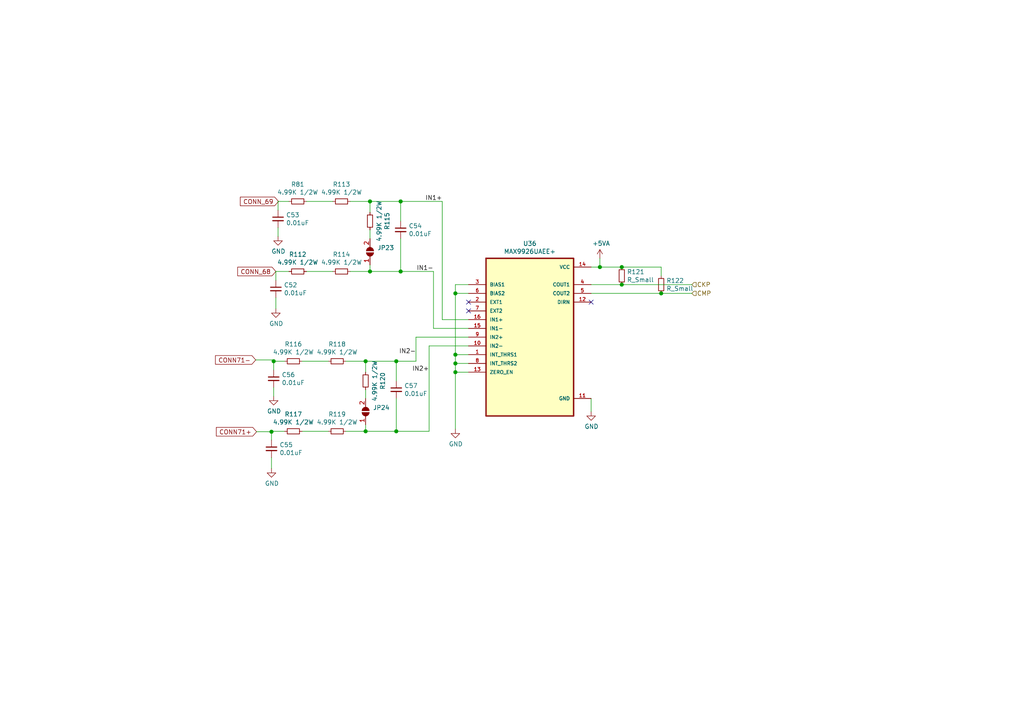
<source format=kicad_sch>
(kicad_sch (version 20201015) (generator eeschema)
  (page 1 6)
  (paper "A4")
  (lib_symbols
    (symbol "Device:C_Small" (pin_numbers hide) (pin_names (offset 0.254) hide)
      (property "Reference" "C" (at 0.254 1.778 0))
      (property "Value" "C_Small" (at 0.254 -2.032 0))
      (symbol "C_Small_0_1"
        (polyline (pts (xy -1.524 -0.508) (xy 1.524 -0.508)) (stroke (width 0.3302)))
        (polyline (pts (xy -1.524 0.508) (xy 1.524 0.508)) (stroke (width 0.3048)))
      )
      (symbol "C_Small_1_1"
        (pin passive line (at 0 2.54 270) (length 2.032) (name "~") (number "1"))
        (pin passive line (at 0 -2.54 90) (length 2.032) (name "~") (number "2"))
      )
    )
    (symbol "Device:R_Small" (pin_numbers hide) (pin_names (offset 0.254) hide)
      (property "Reference" "R" (at 0.762 0.508 0))
      (property "Value" "R_Small" (at 0.762 -1.016 0))
      (symbol "R_Small_0_1"
        (rectangle (start -0.762 1.778) (end 0.762 -1.778) (stroke (width 0.2032)))
      )
      (symbol "R_Small_1_1"
        (pin passive line (at 0 2.54 270) (length 0.762) (name "~") (number "1"))
        (pin passive line (at 0 -2.54 90) (length 0.762) (name "~") (number "2"))
      )
    )
    (symbol "Jumper:SolderJumper_2_Open" (pin_names (offset 0) hide)
      (property "Reference" "JP" (at 0 2.032 0))
      (property "Value" "SolderJumper_2_Open" (at 0 -2.54 0))
      (symbol "SolderJumper_2_Open_0_1"
        (arc (start -0.254 1.016) (end -0.254 -1.016) (radius (at -0.254 0) (length 1.016) (angles 90.1 -90.1)))
        (arc (start -0.254 1.016) (end -0.254 -1.016) (radius (at -0.254 0) (length 1.016) (angles 90.1 -90.1)) (fill (type outline)))
        (arc (start 0.254 -1.016) (end 0.254 1.016) (radius (at 0.254 0) (length 1.016) (angles -89.9 89.9)))
        (arc (start 0.254 -1.016) (end 0.254 1.016) (radius (at 0.254 0) (length 1.016) (angles -89.9 89.9)) (fill (type outline)))
        (polyline (pts (xy -0.254 1.016) (xy -0.254 -1.016)))
        (polyline (pts (xy 0.254 1.016) (xy 0.254 -1.016)))
      )
      (symbol "SolderJumper_2_Open_1_1"
        (pin passive line (at -3.81 0 0) (length 2.54) (name "A") (number "1"))
        (pin passive line (at 3.81 0 180) (length 2.54) (name "B") (number "2"))
      )
    )
    (symbol "OpenEFI-STM32-rev3:MAX9926UAEE+" (pin_names (offset 1.016))
      (property "Reference" "U" (at -12.7 23.8506 0))
      (property "Value" "MAX9926UAEE+" (at -12.7 -26.8478 0))
      (symbol "MAX9926UAEE+_0_0"
        (rectangle (start -12.7 -22.86) (end 12.7 22.86) (stroke (width 0.4064)) (fill (type background)))
        (pin input line (at -17.78 -5.08 0) (length 5.08) (name "INT_THRS1") (number "1"))
        (pin input line (at -17.78 -2.54 0) (length 5.08) (name "IN2-") (number "10"))
        (pin power_in line (at 17.78 -17.78 180) (length 5.08) (name "GND") (number "11"))
        (pin output line (at 17.78 10.16 180) (length 5.08) (name "DIRN") (number "12"))
        (pin input line (at -17.78 -10.16 0) (length 5.08) (name "ZERO_EN") (number "13"))
        (pin power_in line (at 17.78 20.32 180) (length 5.08) (name "VCC") (number "14"))
        (pin input line (at -17.78 2.54 0) (length 5.08) (name "IN1-") (number "15"))
        (pin input line (at -17.78 5.08 0) (length 5.08) (name "IN1+") (number "16"))
        (pin input line (at -17.78 10.16 0) (length 5.08) (name "EXT1") (number "2"))
        (pin input line (at -17.78 15.24 0) (length 5.08) (name "BIAS1") (number "3"))
        (pin output line (at 17.78 15.24 180) (length 5.08) (name "COUT1") (number "4"))
        (pin output line (at 17.78 12.7 180) (length 5.08) (name "COUT2") (number "5"))
        (pin input line (at -17.78 12.7 0) (length 5.08) (name "BIAS2") (number "6"))
        (pin input line (at -17.78 7.62 0) (length 5.08) (name "EXT2") (number "7"))
        (pin input line (at -17.78 -7.62 0) (length 5.08) (name "INT_THRS2") (number "8"))
        (pin input line (at -17.78 0 0) (length 5.08) (name "IN2+") (number "9"))
      )
    )
    (symbol "power:+5VA" (power) (pin_names (offset 0))
      (property "Value" "+5VA" (at 0 3.556 0))
      (symbol "+5VA_0_1"
        (polyline (pts (xy -0.762 1.27) (xy 0 2.54)))
        (polyline (pts (xy 0 0) (xy 0 2.54)))
        (polyline (pts (xy 0 2.54) (xy 0.762 1.27)))
      )
      (symbol "+5VA_1_1"
        (pin power_in line (at 0 0 90) (length 0) hide (name "+5VA") (number "1"))
      )
    )
    (symbol "power:GND" (power) (pin_names (offset 0))
      (property "Value" "GND" (at 0 -3.81 0))
      (symbol "GND_0_1"
        (polyline (pts (xy 0 0) (xy 0 -1.27) (xy 1.27 -1.27) (xy 0 -2.54) (xy -1.27 -1.27) (xy 0 -1.27)))
      )
      (symbol "GND_1_1"
        (pin power_in line (at 0 0 270) (length 0) hide (name "GND") (number "1"))
      )
    )
  )
  (junction (at 78.74 125.222) (diameter 1.016))
  (junction (at 79.375 104.775) (diameter 1.016))
  (junction (at 106.045 104.775) (diameter 1.016))
  (junction (at 106.045 125.095) (diameter 1.016))
  (junction (at 107.315 58.42) (diameter 1.016))
  (junction (at 107.315 78.74) (diameter 1.016))
  (junction (at 114.935 104.775) (diameter 1.016))
  (junction (at 114.935 125.095) (diameter 1.016))
  (junction (at 116.205 58.42) (diameter 1.016))
  (junction (at 116.205 78.74) (diameter 1.016))
  (junction (at 132.08 85.09) (diameter 1.016))
  (junction (at 132.08 102.87) (diameter 1.016))
  (junction (at 132.08 105.41) (diameter 1.016))
  (junction (at 132.08 107.95) (diameter 1.016))
  (junction (at 173.99 77.47) (diameter 1.016))
  (junction (at 180.34 77.47) (diameter 1.016))
  (junction (at 180.34 82.55) (diameter 1.016))
  (junction (at 191.77 85.09) (diameter 1.016))
  (no_connect (at 135.89 90.17))
  (no_connect (at 171.45 87.63))
  (no_connect (at 135.89 87.63))
  (wire (pts (xy 74.168 104.394) (xy 79.375 104.394)))
  (wire (pts (xy 74.422 125.222) (xy 78.74 125.222)))
  (wire (pts (xy 78.74 125.095) (xy 78.74 125.222)))
  (wire (pts (xy 78.74 125.095) (xy 82.55 125.095)))
  (wire (pts (xy 78.74 125.222) (xy 78.74 127.635)))
  (wire (pts (xy 78.74 132.715) (xy 78.74 135.89)))
  (wire (pts (xy 79.375 104.394) (xy 79.375 104.775)))
  (wire (pts (xy 79.375 104.775) (xy 82.55 104.775)))
  (wire (pts (xy 79.375 107.315) (xy 79.375 104.775)))
  (wire (pts (xy 79.375 112.395) (xy 79.375 114.935)))
  (wire (pts (xy 80.01 78.74) (xy 83.82 78.74)))
  (wire (pts (xy 80.01 81.28) (xy 80.01 78.74)))
  (wire (pts (xy 80.01 86.36) (xy 80.01 89.535)))
  (wire (pts (xy 80.645 58.42) (xy 83.82 58.42)))
  (wire (pts (xy 80.645 60.96) (xy 80.645 58.42)))
  (wire (pts (xy 80.645 66.04) (xy 80.645 68.58)))
  (wire (pts (xy 87.63 104.775) (xy 95.25 104.775)))
  (wire (pts (xy 87.63 125.095) (xy 95.25 125.095)))
  (wire (pts (xy 88.9 58.42) (xy 96.52 58.42)))
  (wire (pts (xy 88.9 78.74) (xy 96.52 78.74)))
  (wire (pts (xy 100.33 125.095) (xy 106.045 125.095)))
  (wire (pts (xy 101.6 78.74) (xy 107.315 78.74)))
  (wire (pts (xy 106.045 104.775) (xy 100.33 104.775)))
  (wire (pts (xy 106.045 107.95) (xy 106.045 104.775)))
  (wire (pts (xy 106.045 113.03) (xy 106.045 115.57)))
  (wire (pts (xy 106.045 123.19) (xy 106.045 125.095)))
  (wire (pts (xy 106.045 125.095) (xy 114.935 125.095)))
  (wire (pts (xy 107.315 58.42) (xy 101.6 58.42)))
  (wire (pts (xy 107.315 61.595) (xy 107.315 58.42)))
  (wire (pts (xy 107.315 66.675) (xy 107.315 69.215)))
  (wire (pts (xy 107.315 76.835) (xy 107.315 78.74)))
  (wire (pts (xy 107.315 78.74) (xy 116.205 78.74)))
  (wire (pts (xy 114.935 104.775) (xy 106.045 104.775)))
  (wire (pts (xy 114.935 110.49) (xy 114.935 104.775)))
  (wire (pts (xy 114.935 115.57) (xy 114.935 125.095)))
  (wire (pts (xy 116.205 58.42) (xy 107.315 58.42)))
  (wire (pts (xy 116.205 64.135) (xy 116.205 58.42)))
  (wire (pts (xy 116.205 69.215) (xy 116.205 78.74)))
  (wire (pts (xy 120.65 97.79) (xy 120.65 104.775)))
  (wire (pts (xy 120.65 104.775) (xy 114.935 104.775)))
  (wire (pts (xy 124.46 100.33) (xy 124.46 125.095)))
  (wire (pts (xy 124.46 125.095) (xy 114.935 125.095)))
  (wire (pts (xy 125.73 78.74) (xy 116.205 78.74)))
  (wire (pts (xy 125.73 95.25) (xy 125.73 78.74)))
  (wire (pts (xy 128.27 58.42) (xy 116.205 58.42)))
  (wire (pts (xy 128.27 92.71) (xy 128.27 58.42)))
  (wire (pts (xy 132.08 82.55) (xy 132.08 85.09)))
  (wire (pts (xy 132.08 85.09) (xy 132.08 102.87)))
  (wire (pts (xy 132.08 102.87) (xy 135.89 102.87)))
  (wire (pts (xy 132.08 105.41) (xy 132.08 102.87)))
  (wire (pts (xy 132.08 105.41) (xy 135.89 105.41)))
  (wire (pts (xy 132.08 107.95) (xy 132.08 105.41)))
  (wire (pts (xy 132.08 107.95) (xy 135.89 107.95)))
  (wire (pts (xy 132.08 124.46) (xy 132.08 107.95)))
  (wire (pts (xy 135.89 82.55) (xy 132.08 82.55)))
  (wire (pts (xy 135.89 85.09) (xy 132.08 85.09)))
  (wire (pts (xy 135.89 92.71) (xy 128.27 92.71)))
  (wire (pts (xy 135.89 95.25) (xy 125.73 95.25)))
  (wire (pts (xy 135.89 97.79) (xy 120.65 97.79)))
  (wire (pts (xy 135.89 100.33) (xy 124.46 100.33)))
  (wire (pts (xy 171.45 82.55) (xy 180.34 82.55)))
  (wire (pts (xy 171.45 85.09) (xy 191.77 85.09)))
  (wire (pts (xy 171.45 115.57) (xy 171.45 119.38)))
  (wire (pts (xy 173.99 74.93) (xy 173.99 77.47)))
  (wire (pts (xy 173.99 77.47) (xy 171.45 77.47)))
  (wire (pts (xy 173.99 77.47) (xy 180.34 77.47)))
  (wire (pts (xy 180.34 82.55) (xy 200.66 82.55)))
  (wire (pts (xy 191.77 77.47) (xy 180.34 77.47)))
  (wire (pts (xy 191.77 80.01) (xy 191.77 77.47)))
  (wire (pts (xy 191.77 85.09) (xy 200.66 85.09)))
  (label "IN2-" (at 120.65 102.87 180))
  (label "IN2+" (at 124.46 107.95 180))
  (label "IN1-" (at 125.73 78.74 180))
  (label "IN1+" (at 128.27 58.42 180))
  (global_label "CONN71-" (shape input) (at 74.168 104.394 180))
  (global_label "CONN71+" (shape input) (at 74.422 125.222 180))
  (global_label "CONN_68" (shape input) (at 80.01 78.74 180))
  (global_label "CONN_69" (shape input) (at 80.772 58.42 180))
  (hierarchical_label "CKP" (shape input) (at 200.66 82.55 0))
  (hierarchical_label "CMP" (shape input) (at 200.66 85.09 0))
  (symbol (lib_id "power:+5VA") (at 173.99 74.93 0) (unit 1)
    (property "Reference" "#PWR0178" (effects hide))
    (property "Value" "+5VA" (at 174.3583 70.6056 0))
  )
  (symbol (lib_id "power:GND") (at 78.74 135.89 0) (unit 1)
    (property "Reference" "#PWR0173" (effects hide))
    (property "Value" "GND" (at 78.8543 140.2144 0))
  )
  (symbol (lib_id "power:GND") (at 79.375 114.935 0) (unit 1)
    (property "Reference" "#PWR0174" (effects hide))
    (property "Value" "GND" (at 79.4893 119.2594 0))
  )
  (symbol (lib_id "power:GND") (at 80.01 89.535 0) (unit 1)
    (property "Reference" "#PWR023" (effects hide))
    (property "Value" "GND" (at 80.1243 93.8594 0))
  )
  (symbol (lib_id "power:GND") (at 80.645 68.58 0) (unit 1)
    (property "Reference" "#PWR0172" (effects hide))
    (property "Value" "GND" (at 80.7593 72.9044 0))
  )
  (symbol (lib_id "power:GND") (at 132.08 124.46 0) (unit 1)
    (property "Reference" "#PWR0176" (effects hide))
    (property "Value" "GND" (at 132.1943 128.7844 0))
  )
  (symbol (lib_id "power:GND") (at 171.45 119.38 0) (unit 1)
    (property "Reference" "#PWR0177" (effects hide))
    (property "Value" "GND" (at 171.5643 123.7044 0))
  )
  (symbol (lib_id "Device:R_Small") (at 85.09 104.775 90) (unit 1)
    (property "Reference" "R116" (at 85.09 99.8282 90))
    (property "Value" "4.99K 1/2W" (at 85.09 102.1269 90))
    (property "Footprint" "Resistor_SMD:R_1210_3225Metric" (effects hide))
    (property "LCSC" "C407178" (effects hide))
  )
  (symbol (lib_id "Device:R_Small") (at 85.09 125.095 90) (unit 1)
    (property "Reference" "R117" (at 85.09 120.1482 90))
    (property "Value" "4.99K 1/2W" (at 85.09 122.4469 90))
    (property "Footprint" "Resistor_SMD:R_1210_3225Metric" (effects hide))
    (property "LCSC" "C407178" (effects hide))
  )
  (symbol (lib_id "Device:R_Small") (at 86.36 58.42 90) (unit 1)
    (property "Reference" "R81" (at 86.36 53.4732 90))
    (property "Value" "4.99K 1/2W" (at 86.36 55.7719 90))
    (property "Footprint" "Resistor_SMD:R_1210_3225Metric" (effects hide))
    (property "LCSC" "C407178" (effects hide))
  )
  (symbol (lib_id "Device:R_Small") (at 86.36 78.74 90) (unit 1)
    (property "Reference" "R112" (at 86.36 73.7932 90))
    (property "Value" "4.99K 1/2W" (at 86.36 76.0919 90))
    (property "Footprint" "Resistor_SMD:R_1210_3225Metric" (effects hide))
    (property "LCSC" "C407178" (effects hide))
  )
  (symbol (lib_id "Device:R_Small") (at 97.79 104.775 90) (unit 1)
    (property "Reference" "R118" (at 97.79 99.8282 90))
    (property "Value" "4.99K 1/2W" (at 97.79 102.1269 90))
    (property "Footprint" "Resistor_SMD:R_1210_3225Metric" (effects hide))
    (property "LCSC" "C407178" (effects hide))
  )
  (symbol (lib_id "Device:R_Small") (at 97.79 125.095 90) (unit 1)
    (property "Reference" "R119" (at 97.79 120.1482 90))
    (property "Value" "4.99K 1/2W" (at 97.79 122.4469 90))
    (property "Footprint" "Resistor_SMD:R_1210_3225Metric" (effects hide))
    (property "LCSC" "C407178" (effects hide))
  )
  (symbol (lib_id "Device:R_Small") (at 99.06 58.42 90) (unit 1)
    (property "Reference" "R113" (at 99.06 53.4732 90))
    (property "Value" "4.99K 1/2W" (at 99.06 55.7719 90))
    (property "Footprint" "Resistor_SMD:R_1210_3225Metric" (effects hide))
    (property "LCSC" "C407178" (effects hide))
  )
  (symbol (lib_id "Device:R_Small") (at 99.06 78.74 90) (unit 1)
    (property "Reference" "R114" (at 99.06 73.7932 90))
    (property "Value" "4.99K 1/2W" (at 99.06 76.0919 90))
    (property "Footprint" "Resistor_SMD:R_1210_3225Metric" (effects hide))
    (property "LCSC" "C407178" (effects hide))
  )
  (symbol (lib_id "Device:R_Small") (at 106.045 110.49 0) (unit 1)
    (property "Reference" "R120" (at 110.9918 110.49 90))
    (property "Value" "4.99K 1/2W" (at 108.6931 110.49 90))
    (property "Footprint" "Resistor_SMD:R_1210_3225Metric" (effects hide))
    (property "LCSC" "C407178" (effects hide))
  )
  (symbol (lib_id "Device:R_Small") (at 107.315 64.135 0) (unit 1)
    (property "Reference" "R115" (at 112.2618 64.135 90))
    (property "Value" "4.99K 1/2W" (at 109.9631 64.135 90))
    (property "Footprint" "Resistor_SMD:R_1210_3225Metric" (effects hide))
    (property "LCSC" "C407178" (effects hide))
  )
  (symbol (lib_id "Device:R_Small") (at 180.34 80.01 0) (unit 1)
    (property "Reference" "R121" (at 181.8387 78.8606 0) (effects (justify left)))
    (property "Value" "R_Small" (at 181.8387 81.1593 0) (effects (justify left)))
    (property "Footprint" "Resistor_SMD:R_0603_1608Metric" (effects hide))
  )
  (symbol (lib_id "Device:R_Small") (at 191.77 82.55 0) (unit 1)
    (property "Reference" "R122" (at 193.2687 81.4006 0) (effects (justify left)))
    (property "Value" "R_Small" (at 193.2687 83.6993 0) (effects (justify left)))
    (property "Footprint" "Resistor_SMD:R_0603_1608Metric" (effects hide))
  )
  (symbol (lib_id "Device:C_Small") (at 78.74 130.175 0) (unit 1)
    (property "Reference" "C55" (at 81.0642 129.0256 0) (effects (justify left)))
    (property "Value" "0.01uF" (at 81.0642 131.3243 0) (effects (justify left)))
    (property "Footprint" "Capacitor_SMD:C_0603_1608Metric" (effects hide))
    (property "LCSC" "C100042" (effects hide))
  )
  (symbol (lib_id "Device:C_Small") (at 79.375 109.855 0) (unit 1)
    (property "Reference" "C56" (at 81.6992 108.7056 0) (effects (justify left)))
    (property "Value" "0.01uF" (at 81.6992 111.0043 0) (effects (justify left)))
    (property "Footprint" "Capacitor_SMD:C_0603_1608Metric" (effects hide))
    (property "LCSC" "C100042" (effects hide))
  )
  (symbol (lib_id "Device:C_Small") (at 80.01 83.82 0) (unit 1)
    (property "Reference" "C52" (at 82.3342 82.6706 0) (effects (justify left)))
    (property "Value" "0.01uF" (at 82.3342 84.9693 0) (effects (justify left)))
    (property "Footprint" "Capacitor_SMD:C_0603_1608Metric" (effects hide))
    (property "LCSC" "C100042" (effects hide))
  )
  (symbol (lib_id "Device:C_Small") (at 80.645 63.5 0) (unit 1)
    (property "Reference" "C53" (at 82.9692 62.3506 0) (effects (justify left)))
    (property "Value" "0.01uF" (at 82.9692 64.6493 0) (effects (justify left)))
    (property "Footprint" "Capacitor_SMD:C_0603_1608Metric" (effects hide))
    (property "LCSC" "C100042" (effects hide))
  )
  (symbol (lib_id "Device:C_Small") (at 114.935 113.03 0) (unit 1)
    (property "Reference" "C57" (at 117.2592 111.8806 0) (effects (justify left)))
    (property "Value" "0.01uF" (at 117.2592 114.1793 0) (effects (justify left)))
    (property "Footprint" "Capacitor_SMD:C_0603_1608Metric" (effects hide))
    (property "LCSC" "C100042" (effects hide))
  )
  (symbol (lib_id "Device:C_Small") (at 116.205 66.675 0) (unit 1)
    (property "Reference" "C54" (at 118.5292 65.5256 0) (effects (justify left)))
    (property "Value" "0.01uF" (at 118.5292 67.8243 0) (effects (justify left)))
    (property "Footprint" "Capacitor_SMD:C_0603_1608Metric" (effects hide))
    (property "LCSC" "C100042" (effects hide))
  )
  (symbol (lib_id "Jumper:SolderJumper_2_Open") (at 106.045 119.38 90) (unit 1)
    (property "Reference" "JP24" (at 108.1787 118.2306 90) (effects (justify right)))
    (property "Value" "SolderJumper_2_Open" (effects hide))
    (property "Footprint" "Jumper:SolderJumper-2_P1.3mm_Open_RoundedPad1.0x1.5mm" (effects hide))
  )
  (symbol (lib_id "Jumper:SolderJumper_2_Open") (at 107.315 73.025 90) (unit 1)
    (property "Reference" "JP23" (at 109.4487 71.8756 90) (effects (justify right)))
    (property "Value" "SolderJumper_2_Open" (effects hide))
    (property "Footprint" "Jumper:SolderJumper-2_P1.3mm_Open_RoundedPad1.0x1.5mm" (effects hide))
  )
  (symbol (lib_id "OpenEFI-STM32-rev3:MAX9926UAEE+") (at 153.67 97.79 0) (unit 1)
    (property "Reference" "U36" (at 153.67 70.6436 0))
    (property "Value" "MAX9926UAEE+" (at 153.67 72.9423 0))
    (property "Footprint" "OpenEFI-STM32F_rev3:SOP63P602X175-16N" (effects hide))
    (property "Description" "Variable Reluctance Sensor Interface 16-Pin QSOP Tube" (effects hide))
    (property "MF" "Maxim Integrated" (effects hide))
    (property "Availability" "Unavailable" (effects hide))
    (property "Package" "QSOP-16 Maxim" (effects hide))
    (property "MP" "MAX9926UAEE+" (effects hide))
    (property "Price" "None" (effects hide))
  )
)
</source>
